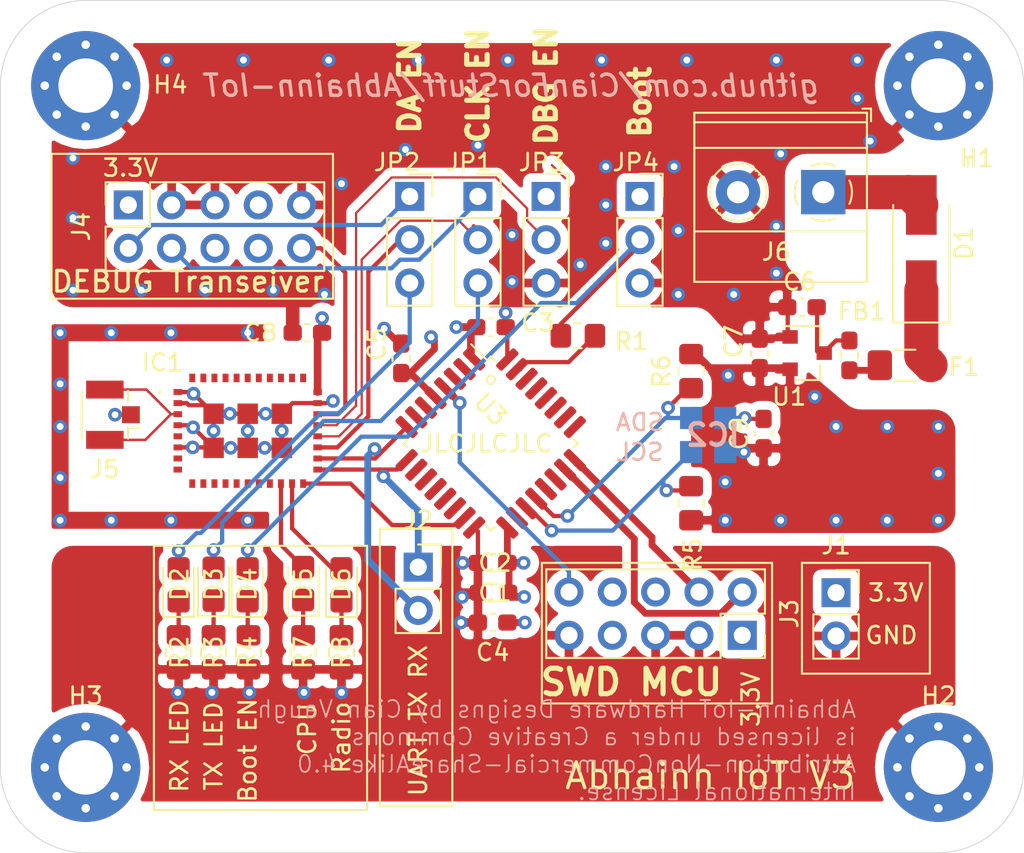
<source format=kicad_pcb>
(kicad_pcb (version 20171130) (host pcbnew "(5.1.10)-1")
  (title_block (date 2021-07-03))
  (layers (0 F.Cu signal) (1 In1.Cu power hide) (2 In2.Cu power hide) (31 B.Cu signal hide) (34 B.Paste user hide) (35 F.Paste user hide) (36 B.SilkS user hide) (37 F.SilkS user) (38 B.Mask user hide) (39 F.Mask user) (44 Edge.Cuts user))
  (net 0 "")
  (net 1 GND)
  (net 2 +3V3)
  (net 3 "Net-(C6-Pad1)")
  (net 4 +5V)
  (net 5 "Net-(D1-Pad1)")
  (net 6 LED_RX)
  (net 7 "Net-(D2-Pad1)")
  (net 8 LED_TX)
  (net 9 "Net-(D3-Pad1)")
  (net 10 "Net-(D4-Pad2)")
  (net 11 "Net-(D4-Pad1)")
  (net 12 CPU_LED)
  (net 13 "Net-(D5-Pad1)")
  (net 14 RADIO_LED)
  (net 15 "Net-(D6-Pad1)")
  (net 16 RESET_N)
  (net 17 DBG_EN)
  (net 18 TX_LED+DBG_CLK)
  (net 19 RX_LED+DBG_DATA)
  (net 20 LPUART1_TX)
  (net 21 LPUART1_RX)
  (net 22 DEEP_SLEEP_WAKUP)
  (net 23 "Net-(IC1-Pad3)")
  (net 24 PRESSURE_SDA)
  (net 25 PRESSURE_SCL)
  (net 26 NRST)
  (net 27 SWCLK)
  (net 28 SWDIO)
  (net 29 TS_DBG_CLK)
  (net 30 TS_DBG_DATA)
  (net 31 BOOT0)
  (net 32 "Net-(F1-Pad2)")
  (module SamacSys_Parts:AXSIPSFEU101TX30 (layer F.Cu) (at 129.5 80.25)
    (fp_text reference IC1 (at -5 -4) (layer F.SilkS))
    (fp_text value AX-SIP-SFEU-1-01-TX30 hide)
    (pad 44 smd rect (at 2 1) (size 1.2 1.2) (layers F.Cu F.Paste F.Mask) (net 1 GND))
    (pad 43 smd rect (at 2 -1) (size 1.2 1.2) (layers F.Cu F.Paste F.Mask) (net 1 GND))
    (pad 42 smd rect (at 0 1) (size 1.2 1.2) (layers F.Cu F.Paste F.Mask) (net 1 GND))
    (pad 41 smd rect (at 0 -1) (size 1.2 1.2) (layers F.Cu F.Paste F.Mask) (net 1 GND))
    (pad 40 smd rect (at -2 1) (size 1.2 1.2) (layers F.Cu F.Paste F.Mask) (net 1 GND))
    (pad 39 smd rect (at -2 -1) (size 1.2 1.2) (layers F.Cu F.Paste F.Mask) (net 1 GND))
    (pad 38 smd rect (at -3.25 -3.1) (size 0.35 0.5) (layers F.Cu F.Paste F.Mask))
    (pad 37 smd rect (at -2.6 -3.1) (size 0.35 0.5) (layers F.Cu F.Paste F.Mask))
    (pad 36 smd rect (at -1.95 -3.1) (size 0.35 0.5) (layers F.Cu F.Paste F.Mask))
    (pad 35 smd rect (at -1.3 -3.1) (size 0.35 0.5) (layers F.Cu F.Paste F.Mask))
    (pad 34 smd rect (at -0.65 -3.1) (size 0.35 0.5) (layers F.Cu F.Paste F.Mask))
    (pad 33 smd rect (at 0 -3.1) (size 0.35 0.5) (layers F.Cu F.Paste F.Mask))
    (pad 32 smd rect (at 0.65 -3.1) (size 0.35 0.5) (layers F.Cu F.Paste F.Mask))
    (pad 31 smd rect (at 1.3 -3.1) (size 0.35 0.5) (layers F.Cu F.Paste F.Mask))
    (pad 30 smd rect (at 1.95 -3.1) (size 0.35 0.5) (layers F.Cu F.Paste F.Mask))
    (pad 29 smd rect (at 2.6 -3.1) (size 0.35 0.5) (layers F.Cu F.Paste F.Mask))
    (pad 28 smd rect (at 3.25 -3.1) (size 0.35 0.5) (layers F.Cu F.Paste F.Mask))
    (pad 27 smd rect (at 4.1 -2.275 90) (size 0.35 0.5) (layers F.Cu F.Paste F.Mask) (net 2 +3V3))
    (pad 26 smd rect (at 4.1 -1.625 90) (size 0.35 0.5) (layers F.Cu F.Paste F.Mask) (net 1 GND))
    (pad 25 smd rect (at 4.1 -0.975 90) (size 0.35 0.5) (layers F.Cu F.Paste F.Mask) (net 16 RESET_N))
    (pad 24 smd rect (at 4.1 -0.325 90) (size 0.35 0.5) (layers F.Cu F.Paste F.Mask) (net 17 DBG_EN))
    (pad 23 smd rect (at 4.1 0.325 90) (size 0.35 0.5) (layers F.Cu F.Paste F.Mask) (net 18 TX_LED+DBG_CLK))
    (pad 22 smd rect (at 4.1 0.975 90) (size 0.35 0.5) (layers F.Cu F.Paste F.Mask) (net 19 RX_LED+DBG_DATA))
    (pad 21 smd rect (at 4.1 1.625 90) (size 0.35 0.5) (layers F.Cu F.Paste F.Mask) (net 20 LPUART1_TX))
    (pad 20 smd rect (at 4.1 2.275 90) (size 0.35 0.5) (layers F.Cu F.Paste F.Mask) (net 21 LPUART1_RX))
    (pad 19 smd rect (at 3.25 3.1) (size 0.35 0.5) (layers F.Cu F.Paste F.Mask) (net 22 DEEP_SLEEP_WAKUP))
    (pad 18 smd rect (at 2.6 3.1) (size 0.35 0.5) (layers F.Cu F.Paste F.Mask) (net 14 RADIO_LED))
    (pad 17 smd rect (at 1.95 3.1) (size 0.35 0.5) (layers F.Cu F.Paste F.Mask) (net 12 CPU_LED))
    (pad 16 smd rect (at 1.3 3.1) (size 0.35 0.5) (layers F.Cu F.Paste F.Mask))
    (pad 15 smd rect (at 0.65 3.1) (size 0.35 0.5) (layers F.Cu F.Paste F.Mask))
    (pad 14 smd rect (at 0 3.1) (size 0.35 0.5) (layers F.Cu F.Paste F.Mask))
    (pad 13 smd rect (at -0.65 3.1) (size 0.35 0.5) (layers F.Cu F.Paste F.Mask))
    (pad 12 smd rect (at -1.3 3.1) (size 0.35 0.5) (layers F.Cu F.Paste F.Mask))
    (pad 11 smd rect (at -1.95 3.1) (size 0.35 0.5) (layers F.Cu F.Paste F.Mask))
    (pad 10 smd rect (at -2.6 3.1) (size 0.35 0.5) (layers F.Cu F.Paste F.Mask))
    (pad 9 smd rect (at -3.25 3.1) (size 0.35 0.5) (layers F.Cu F.Paste F.Mask))
    (pad 8 smd rect (at -4.1 2.275 90) (size 0.35 0.5) (layers F.Cu F.Paste F.Mask))
    (pad 7 smd rect (at -4.1 1.625 90) (size 0.35 0.5) (layers F.Cu F.Paste F.Mask))
    (pad 6 smd rect (at -4.1 0.975 90) (size 0.35 0.5) (layers F.Cu F.Paste F.Mask) (net 1 GND))
    (pad 5 smd rect (at -4.1 0.325 90) (size 0.35 0.5) (layers F.Cu F.Paste F.Mask))
    (pad 4 smd rect (at -4.1 -0.325 90) (size 0.35 0.5) (layers F.Cu F.Paste F.Mask) (net 1 GND))
    (pad 3 smd rect (at -4.1 -0.975 90) (size 0.35 0.5) (layers F.Cu F.Paste F.Mask) (net 23 "Net-(IC1-Pad3)"))
    (pad 2 smd rect (at -4.1 -1.625 90) (size 0.35 0.5) (layers F.Cu F.Paste F.Mask) (net 1 GND))
    (pad 1 smd rect (at -4.1 -2.275 90) (size 0.35 0.5) (layers F.Cu F.Paste F.Mask) (net 1 GND))
  )
  (module Resistor_SMD:R_0805_2012Metric_Pad1.20x1.40mm_HandSolder (layer F.Cu) (at 129.55 93.25 270)
    (fp_text reference R4 (at 0 0.05 90) (layer F.SilkS))
    (fp_text value 2k)
    (pad 2 smd roundrect (at 1 0 270) (size 1.2 1.4) (layers F.Cu F.Paste F.Mask) (roundrect_rratio 0.2083325) (net 1 GND))
    (pad 1 smd roundrect (at -1 0 270) (size 1.2 1.4) (layers F.Cu F.Paste F.Mask) (roundrect_rratio 0.2083325) (net 11 "Net-(D4-Pad1)"))
  )
  (module Diode_SMD:D_SMA_Handsoldering (layer F.Cu) (at 169 69.5 90)
    (fp_text reference D1 (at 0.25 2.5 90) (layer F.SilkS))
    (fp_text value B5819W)
    (pad 2 smd rect (at 2.5 0 90) (size 3.5 1.8) (layers F.Cu F.Paste F.Mask) (net 4 +5V))
    (pad 1 smd rect (at -2.5 0 90) (size 3.5 1.8) (layers F.Cu F.Paste F.Mask) (net 5 "Net-(D1-Pad1)"))
  )
  (module Connector_PinSocket_2.54mm:PinSocket_2x05_P2.54mm_Vertical (layer F.Cu) (at 158.5 92.25 270)
    (fp_text reference J3 (at -1.27 -2.77 90) (layer F.SilkS))
    (fp_text value Conn_02x05_Odd_Even)
    (pad 10 thru_hole oval (at -2.54 10.16 270) (size 1.7 1.7) (drill 1) (layers *.Cu *.Mask) (net 26 NRST))
    (pad 9 thru_hole oval (at 0 10.16 270) (size 1.7 1.7) (drill 1) (layers *.Cu *.Mask) (net 1 GND))
    (pad 8 thru_hole oval (at -2.54 7.62 270) (size 1.7 1.7) (drill 1) (layers *.Cu *.Mask))
    (pad 7 thru_hole oval (at 0 7.62 270) (size 1.7 1.7) (drill 1) (layers *.Cu *.Mask))
    (pad 6 thru_hole oval (at -2.54 5.08 270) (size 1.7 1.7) (drill 1) (layers *.Cu *.Mask))
    (pad 5 thru_hole oval (at 0 5.08 270) (size 1.7 1.7) (drill 1) (layers *.Cu *.Mask) (net 1 GND))
    (pad 4 thru_hole oval (at -2.54 2.54 270) (size 1.7 1.7) (drill 1) (layers *.Cu *.Mask) (net 27 SWCLK))
    (pad 3 thru_hole oval (at 0 2.54 270) (size 1.7 1.7) (drill 1) (layers *.Cu *.Mask) (net 1 GND))
    (pad 2 thru_hole oval (at -2.54 0 270) (size 1.7 1.7) (drill 1) (layers *.Cu *.Mask) (net 28 SWDIO))
    (pad 1 thru_hole rect (at 0 0 270) (size 1.7 1.7) (drill 1) (layers *.Cu *.Mask) (net 2 +3V3))
  )
  (module Package_TO_SOT_SMD:SOT-23 (layer F.Cu) (at 162.306 75.692)
    (fp_text reference U1 (at -1.056 2.558) (layer F.SilkS))
    (fp_text value XC6206PxxxMR)
    (pad 3 smd rect (at 1 0) (size 0.9 0.8) (layers F.Cu F.Paste F.Mask) (net 3 "Net-(C6-Pad1)"))
    (pad 2 smd rect (at -1 0.95) (size 0.9 0.8) (layers F.Cu F.Paste F.Mask) (net 2 +3V3))
    (pad 1 smd rect (at -1 -0.95) (size 0.9 0.8) (layers F.Cu F.Paste F.Mask) (net 1 GND))
  )
  (module Capacitor_SMD:C_0603_1608Metric_Pad1.08x0.95mm_HandSolder (layer F.Cu) (at 162 73 180)
    (fp_text reference C6 (at 0.1375 1.5) (layer F.SilkS))
    (fp_text value 10uF)
    (pad 2 smd roundrect (at 0.8625 0 180) (size 1.075 0.95) (layers F.Cu F.Paste F.Mask) (net 1 GND))
    (pad 1 smd roundrect (at -0.8625 0 180) (size 1.075 0.95) (layers F.Cu F.Paste F.Mask) (net 3 "Net-(C6-Pad1)"))
  )
  (module Capacitor_SMD:C_0603_1608Metric_Pad1.08x0.95mm_HandSolder (layer F.Cu) (at 159.75 80.4125 90)
    (fp_text reference C9 (at 0 -1.43 90) (layer F.SilkS))
    (fp_text value 100nF)
    (pad 2 smd roundrect (at 0.8625 0 90) (size 1.075 0.95) (layers F.Cu F.Paste F.Mask) (net 1 GND))
    (pad 1 smd roundrect (at -0.8625 0 90) (size 1.075 0.95) (layers F.Cu F.Paste F.Mask) (net 2 +3V3))
  )
  (module Fuse:Fuse_1206_3216Metric_Pad1.42x1.75mm_HandSolder (layer F.Cu) (at 168.05388 76.40244 180)
    (fp_text reference F1 (at -3.44612 -0.09756) (layer F.SilkS))
    (fp_text value 500mA)
    (pad 2 smd roundrect (at 1.4875 0 180) (size 1.425 1.75) (layers F.Cu F.Paste F.Mask) (roundrect_rratio 0.1754385964912281) (net 32 "Net-(F1-Pad2)"))
    (pad 1 smd roundrect (at -1.4875 0 180) (size 1.425 1.75) (layers F.Cu F.Paste F.Mask) (roundrect_rratio 0.1754385964912281) (net 5 "Net-(D1-Pad1)"))
  )
  (module Connector_PinSocket_2.54mm:PinSocket_1x03_P2.54mm_Vertical (layer F.Cu) (at 152.5 66.5)
    (fp_text reference JP4 (at -0.25 -2) (layer F.SilkS))
    (fp_text value Jumper_3_Bridged12)
    (pad 3 thru_hole oval (at 0 5.08) (size 1.7 1.7) (drill 1) (layers *.Cu *.Mask) (net 1 GND))
    (pad 2 thru_hole oval (at 0 2.54) (size 1.7 1.7) (drill 1) (layers *.Cu *.Mask) (net 10 "Net-(D4-Pad2)"))
    (pad 1 thru_hole rect (at 0 0) (size 1.7 1.7) (drill 1) (layers *.Cu *.Mask) (net 2 +3V3))
  )
  (module Connector_PinSocket_2.54mm:PinSocket_1x03_P2.54mm_Vertical (layer F.Cu) (at 147 66.5)
    (fp_text reference JP3 (at -0.25 -2) (layer F.SilkS))
    (fp_text value Jumper_3_Bridged12)
    (pad 3 thru_hole oval (at 0 5.08) (size 1.7 1.7) (drill 1) (layers *.Cu *.Mask) (net 1 GND))
    (pad 2 thru_hole oval (at 0 2.54) (size 1.7 1.7) (drill 1) (layers *.Cu *.Mask) (net 17 DBG_EN))
    (pad 1 thru_hole rect (at 0 0) (size 1.7 1.7) (drill 1) (layers *.Cu *.Mask) (net 2 +3V3))
  )
  (module Connector_PinSocket_2.54mm:PinSocket_1x03_P2.54mm_Vertical (layer F.Cu) (at 139 66.5)
    (fp_text reference JP2 (at -0.75 -2) (layer F.SilkS))
    (fp_text value Jumper_3_Bridged12)
    (pad 3 thru_hole oval (at 0 5.08) (size 1.7 1.7) (drill 1) (layers *.Cu *.Mask) (net 6 LED_RX))
    (pad 2 thru_hole oval (at 0 2.54) (size 1.7 1.7) (drill 1) (layers *.Cu *.Mask) (net 19 RX_LED+DBG_DATA))
    (pad 1 thru_hole rect (at 0 0) (size 1.7 1.7) (drill 1) (layers *.Cu *.Mask) (net 30 TS_DBG_DATA))
  )
  (module Connector_PinSocket_2.54mm:PinSocket_1x03_P2.54mm_Vertical (layer F.Cu) (at 143 66.5)
    (fp_text reference JP1 (at -0.5 -2) (layer F.SilkS))
    (fp_text value Jumper_3_Bridged12)
    (pad 3 thru_hole oval (at 0 5.08) (size 1.7 1.7) (drill 1) (layers *.Cu *.Mask) (net 8 LED_TX))
    (pad 2 thru_hole oval (at 0 2.54) (size 1.7 1.7) (drill 1) (layers *.Cu *.Mask) (net 18 TX_LED+DBG_CLK))
    (pad 1 thru_hole rect (at 0 0) (size 1.7 1.7) (drill 1) (layers *.Cu *.Mask) (net 29 TS_DBG_CLK))
  )
  (module Connector_PinSocket_2.54mm:PinSocket_1x02_P2.54mm_Vertical (layer F.Cu) (at 139.5 88.25)
    (fp_text reference J2 (at 0 -2.77) (layer F.SilkS))
    (fp_text value Conn_01x02)
    (pad 2 thru_hole oval (at 0 2.54) (size 1.7 1.7) (drill 1) (layers *.Cu *.Mask) (net 20 LPUART1_TX))
    (pad 1 thru_hole rect (at 0 0) (size 1.7 1.7) (drill 1) (layers *.Cu *.Mask) (net 21 LPUART1_RX))
  )
  (module Connector_PinSocket_2.54mm:PinSocket_1x02_P2.54mm_Vertical (layer F.Cu) (at 164 89.75)
    (fp_text reference J1 (at 0 -2.77) (layer F.SilkS))
    (fp_text value Conn_01x02)
    (pad 2 thru_hole oval (at 0 2.54) (size 1.7 1.7) (drill 1) (layers *.Cu *.Mask) (net 1 GND))
    (pad 1 thru_hole rect (at 0 0) (size 1.7 1.7) (drill 1) (layers *.Cu *.Mask) (net 2 +3V3))
  )
  (module Connector_PinSocket_2.54mm:PinSocket_2x05_P2.54mm_Vertical (layer F.Cu) (at 122.5 67 90)
    (fp_text reference J4 (at -1.27 -2.77 90) (layer F.SilkS))
    (fp_text value Conn_02x05_Odd_Even)
    (pad 10 thru_hole oval (at -2.54 10.16 90) (size 1.7 1.7) (drill 1) (layers *.Cu *.Mask) (net 16 RESET_N))
    (pad 9 thru_hole oval (at 0 10.16 90) (size 1.7 1.7) (drill 1) (layers *.Cu *.Mask) (net 1 GND))
    (pad 8 thru_hole oval (at -2.54 7.62 90) (size 1.7 1.7) (drill 1) (layers *.Cu *.Mask))
    (pad 7 thru_hole oval (at 0 7.62 90) (size 1.7 1.7) (drill 1) (layers *.Cu *.Mask))
    (pad 6 thru_hole oval (at -2.54 5.08 90) (size 1.7 1.7) (drill 1) (layers *.Cu *.Mask))
    (pad 5 thru_hole oval (at 0 5.08 90) (size 1.7 1.7) (drill 1) (layers *.Cu *.Mask) (net 1 GND))
    (pad 4 thru_hole oval (at -2.54 2.54 90) (size 1.7 1.7) (drill 1) (layers *.Cu *.Mask) (net 29 TS_DBG_CLK))
    (pad 3 thru_hole oval (at 0 2.54 90) (size 1.7 1.7) (drill 1) (layers *.Cu *.Mask) (net 1 GND))
    (pad 2 thru_hole oval (at -2.54 0 90) (size 1.7 1.7) (drill 1) (layers *.Cu *.Mask) (net 30 TS_DBG_DATA))
    (pad 1 thru_hole rect (at 0 0 90) (size 1.7 1.7) (drill 1) (layers *.Cu *.Mask) (net 2 +3V3))
  )
  (module Package_QFP:LQFP-32_7x7mm_P0.8mm (layer F.Cu) (at 143.75 81 315)
    (fp_text reference U3 (at -1.414214 -1.414214 135) (layer F.SilkS))
    (fp_text value STM32L082KZTx)
    (pad 32 smd roundrect (at -2.8 -4.175 315) (size 0.5 1.5) (layers F.Cu F.Paste F.Mask) (net 1 GND))
    (pad 31 smd roundrect (at -2 -4.175 315) (size 0.5 1.5) (layers F.Cu F.Paste F.Mask) (net 31 BOOT0))
    (pad 30 smd roundrect (at -1.2 -4.175 315) (size 0.5 1.5) (layers F.Cu F.Paste F.Mask))
    (pad 29 smd roundrect (at -0.4 -4.175 315) (size 0.5 1.5) (layers F.Cu F.Paste F.Mask))
    (pad 28 smd roundrect (at 0.4 -4.175 315) (size 0.5 1.5) (layers F.Cu F.Paste F.Mask))
    (pad 27 smd roundrect (at 1.2 -4.175 315) (size 0.5 1.5) (layers F.Cu F.Paste F.Mask))
    (pad 26 smd roundrect (at 2 -4.175 315) (size 0.5 1.5) (layers F.Cu F.Paste F.Mask))
    (pad 25 smd roundrect (at 2.8 -4.175 315) (size 0.5 1.5) (layers F.Cu F.Paste F.Mask))
    (pad 24 smd roundrect (at 4.175 -2.8 315) (size 1.5 0.5) (layers F.Cu F.Paste F.Mask) (net 27 SWCLK))
    (pad 23 smd roundrect (at 4.175 -2 315) (size 1.5 0.5) (layers F.Cu F.Paste F.Mask) (net 28 SWDIO))
    (pad 22 smd roundrect (at 4.175 -1.2 315) (size 1.5 0.5) (layers F.Cu F.Paste F.Mask))
    (pad 21 smd roundrect (at 4.175 -0.4 315) (size 1.5 0.5) (layers F.Cu F.Paste F.Mask))
    (pad 20 smd roundrect (at 4.175 0.4 315) (size 1.5 0.5) (layers F.Cu F.Paste F.Mask) (net 24 PRESSURE_SDA))
    (pad 19 smd roundrect (at 4.175 1.2 315) (size 1.5 0.5) (layers F.Cu F.Paste F.Mask) (net 25 PRESSURE_SCL))
    (pad 18 smd roundrect (at 4.175 2 315) (size 1.5 0.5) (layers F.Cu F.Paste F.Mask))
    (pad 17 smd roundrect (at 4.175 2.8 315) (size 1.5 0.5) (layers F.Cu F.Paste F.Mask) (net 2 +3V3))
    (pad 16 smd roundrect (at 2.8 4.175 315) (size 0.5 1.5) (layers F.Cu F.Paste F.Mask) (net 1 GND))
    (pad 15 smd roundrect (at 2 4.175 315) (size 0.5 1.5) (layers F.Cu F.Paste F.Mask) (net 22 DEEP_SLEEP_WAKUP))
    (pad 14 smd roundrect (at 1.2 4.175 315) (size 0.5 1.5) (layers F.Cu F.Paste F.Mask))
    (pad 13 smd roundrect (at 0.4 4.175 315) (size 0.5 1.5) (layers F.Cu F.Paste F.Mask))
    (pad 12 smd roundrect (at -0.4 4.175 315) (size 0.5 1.5) (layers F.Cu F.Paste F.Mask))
    (pad 11 smd roundrect (at -1.2 4.175 315) (size 0.5 1.5) (layers F.Cu F.Paste F.Mask))
    (pad 10 smd roundrect (at -2 4.175 315) (size 0.5 1.5) (layers F.Cu F.Paste F.Mask))
    (pad 9 smd roundrect (at -2.8 4.175 315) (size 0.5 1.5) (layers F.Cu F.Paste F.Mask) (net 21 LPUART1_RX))
    (pad 8 smd roundrect (at -4.175 2.8 315) (size 1.5 0.5) (layers F.Cu F.Paste F.Mask) (net 20 LPUART1_TX))
    (pad 7 smd roundrect (at -4.175 2 315) (size 1.5 0.5) (layers F.Cu F.Paste F.Mask))
    (pad 6 smd roundrect (at -4.175 1.2 315) (size 1.5 0.5) (layers F.Cu F.Paste F.Mask))
    (pad 5 smd roundrect (at -4.175 0.4 315) (size 1.5 0.5) (layers F.Cu F.Paste F.Mask) (net 2 +3V3))
    (pad 4 smd roundrect (at -4.175 -0.4 315) (size 1.5 0.5) (layers F.Cu F.Paste F.Mask) (net 26 NRST))
    (pad 3 smd roundrect (at -4.175 -1.2 315) (size 1.5 0.5) (layers F.Cu F.Paste F.Mask))
    (pad 2 smd roundrect (at -4.175 -2 315) (size 1.5 0.5) (layers F.Cu F.Paste F.Mask))
    (pad 1 smd roundrect (at -4.175 -2.8 315) (size 1.5 0.5) (layers F.Cu F.Paste F.Mask) (net 2 +3V3))
  )
  (module Resistor_SMD:R_0805_2012Metric_Pad1.20x1.40mm_HandSolder (layer F.Cu) (at 135 93.25 270)
    (fp_text reference R8 (at 0 0 90) (layer F.SilkS))
    (fp_text value 2k)
    (pad 2 smd roundrect (at 1 0 270) (size 1.2 1.4) (layers F.Cu F.Paste F.Mask) (roundrect_rratio 0.2083325) (net 1 GND))
    (pad 1 smd roundrect (at -1 0 270) (size 1.2 1.4) (layers F.Cu F.Paste F.Mask) (roundrect_rratio 0.2083325) (net 15 "Net-(D6-Pad1)"))
  )
  (module Resistor_SMD:R_0805_2012Metric_Pad1.20x1.40mm_HandSolder (layer F.Cu) (at 132.75 93.25 270)
    (fp_text reference R7 (at 0 0 90) (layer F.SilkS))
    (fp_text value 2k)
    (pad 2 smd roundrect (at 1 0 270) (size 1.2 1.4) (layers F.Cu F.Paste F.Mask) (roundrect_rratio 0.2083325) (net 1 GND))
    (pad 1 smd roundrect (at -1 0 270) (size 1.2 1.4) (layers F.Cu F.Paste F.Mask) (roundrect_rratio 0.2083325) (net 13 "Net-(D5-Pad1)"))
  )
  (module Resistor_SMD:R_0805_2012Metric_Pad1.20x1.40mm_HandSolder (layer F.Cu) (at 155.5 76.75 270)
    (fp_text reference R6 (at 0 1.75 90) (layer F.SilkS))
    (fp_text value 10k)
    (pad 2 smd roundrect (at 1 0 270) (size 1.2 1.4) (layers F.Cu F.Paste F.Mask) (roundrect_rratio 0.2083325) (net 24 PRESSURE_SDA))
    (pad 1 smd roundrect (at -1 0 270) (size 1.2 1.4) (layers F.Cu F.Paste F.Mask) (roundrect_rratio 0.2083325) (net 2 +3V3))
  )
  (module Resistor_SMD:R_0805_2012Metric_Pad1.20x1.40mm_HandSolder (layer F.Cu) (at 155.5 84.5 90)
    (fp_text reference R5 (at -3 0.1 90) (layer F.SilkS))
    (fp_text value 10k)
    (pad 2 smd roundrect (at 1 0 90) (size 1.2 1.4) (layers F.Cu F.Paste F.Mask) (roundrect_rratio 0.2083325) (net 25 PRESSURE_SCL))
    (pad 1 smd roundrect (at -1 0 90) (size 1.2 1.4) (layers F.Cu F.Paste F.Mask) (roundrect_rratio 0.2083325) (net 2 +3V3))
  )
  (module Resistor_SMD:R_0805_2012Metric_Pad1.20x1.40mm_HandSolder (layer F.Cu) (at 127.5 93.25 270)
    (fp_text reference R3 (at 0 0 90) (layer F.SilkS))
    (fp_text value 2k)
    (pad 2 smd roundrect (at 1 0 270) (size 1.2 1.4) (layers F.Cu F.Paste F.Mask) (roundrect_rratio 0.2083325) (net 1 GND))
    (pad 1 smd roundrect (at -1 0 270) (size 1.2 1.4) (layers F.Cu F.Paste F.Mask) (roundrect_rratio 0.2083325) (net 9 "Net-(D3-Pad1)"))
  )
  (module Resistor_SMD:R_0805_2012Metric_Pad1.20x1.40mm_HandSolder (layer F.Cu) (at 125.45 93.25 270)
    (fp_text reference R2 (at 0 -0.05 90) (layer F.SilkS))
    (fp_text value 2k)
    (pad 2 smd roundrect (at 1 0 270) (size 1.2 1.4) (layers F.Cu F.Paste F.Mask) (roundrect_rratio 0.2083325) (net 1 GND))
    (pad 1 smd roundrect (at -1 0 270) (size 1.2 1.4) (layers F.Cu F.Paste F.Mask) (roundrect_rratio 0.2083325) (net 7 "Net-(D2-Pad1)"))
  )
  (module Resistor_SMD:R_0805_2012Metric_Pad1.20x1.40mm_HandSolder (layer F.Cu) (at 148.86 74.676)
    (fp_text reference R1 (at 3.14 0.324) (layer F.SilkS))
    (fp_text value 10k)
    (pad 2 smd roundrect (at 1 0) (size 1.2 1.4) (layers F.Cu F.Paste F.Mask) (roundrect_rratio 0.2083325) (net 31 BOOT0))
    (pad 1 smd roundrect (at -1 0) (size 1.2 1.4) (layers F.Cu F.Paste F.Mask) (roundrect_rratio 0.2083325) (net 10 "Net-(D4-Pad2)"))
  )
  (module TerminalBlock_Phoenix:TerminalBlock_Phoenix_MKDS-1,5-2_1x02_P5.00mm_Horizontal (layer F.Cu) (at 163.25 66.25 180)
    (fp_text reference J6 (at 2.75 -3.5) (layer F.SilkS))
    (fp_text value Conn_01x02_Female)
    (pad 2 thru_hole circle (at 5 0 180) (size 2.6 2.6) (drill 1.3) (layers *.Cu *.Mask) (net 1 GND))
    (pad 1 thru_hole rect (at 0 0 180) (size 2.6 2.6) (drill 1.3) (layers *.Cu *.Mask) (net 4 +5V))
  )
  (module Connector_Coaxial:U.FL_Hirose_U.FL-R-SMT-1_Vertical (layer F.Cu) (at 121.59998 79.30822 180)
    (fp_text reference J5 (at 0.475 -3.2) (layer F.SilkS))
    (fp_text value Conn_Coaxial)
    (pad 2 smd rect (at 0.475 -1.475 180) (size 2.2 1.05) (layers F.Cu F.Paste F.Mask) (net 23 "Net-(IC1-Pad3)"))
    (pad 1 smd rect (at -1.05 0 180) (size 1.05 1) (layers F.Cu F.Paste F.Mask) (net 1 GND))
    (pad 2 smd rect (at 0.475 1.475 180) (size 2.2 1.05) (layers F.Cu F.Paste F.Mask) (net 23 "Net-(IC1-Pad3)"))
  )
  (module SamacSys_Parts:MS584002BA01 (layer B.Cu) (at 156.5 80.5 180)
    (fp_text reference IC2 (at -0.275 0) (layer B.SilkS) (effects (font (size 1.27 1.27) (thickness 0.254)) (justify mirror)))
    (fp_text value MS5840-02BA01 hide)
    (pad 4 smd rect (at 1 1 90) (size 1.3 1.3) (layers B.Cu B.Paste B.Mask) (net 24 PRESSURE_SDA))
    (pad 3 smd rect (at 1 -1 90) (size 1.3 1.3) (layers B.Cu B.Paste B.Mask) (net 25 PRESSURE_SCL))
    (pad 2 smd rect (at -1 -1 90) (size 1.3 1.3) (layers B.Cu B.Paste B.Mask) (net 2 +3V3))
    (pad 1 smd rect (at -1 1 90) (size 1.3 1.3) (layers B.Cu B.Paste B.Mask) (net 1 GND))
  )
  (module MountingHole:MountingHole_3.2mm_M3_Pad_Via (layer F.Cu) (at 120 60)
    (fp_text reference H4 (at 4.968 -0.056) (layer F.SilkS))
    (fp_text value MountingHole_Pad)
    (pad 1 thru_hole circle (at 1.697056 -1.697056) (size 0.8 0.8) (drill 0.5) (layers *.Cu *.Mask) (net 1 GND))
    (pad 1 thru_hole circle (at 0 -2.4) (size 0.8 0.8) (drill 0.5) (layers *.Cu *.Mask) (net 1 GND))
    (pad 1 thru_hole circle (at -1.697056 -1.697056) (size 0.8 0.8) (drill 0.5) (layers *.Cu *.Mask) (net 1 GND))
    (pad 1 thru_hole circle (at -2.4 0) (size 0.8 0.8) (drill 0.5) (layers *.Cu *.Mask) (net 1 GND))
    (pad 1 thru_hole circle (at -1.697056 1.697056) (size 0.8 0.8) (drill 0.5) (layers *.Cu *.Mask) (net 1 GND))
    (pad 1 thru_hole circle (at 0 2.4) (size 0.8 0.8) (drill 0.5) (layers *.Cu *.Mask) (net 1 GND))
    (pad 1 thru_hole circle (at 1.697056 1.697056) (size 0.8 0.8) (drill 0.5) (layers *.Cu *.Mask) (net 1 GND))
    (pad 1 thru_hole circle (at 2.4 0) (size 0.8 0.8) (drill 0.5) (layers *.Cu *.Mask) (net 1 GND))
    (pad 1 thru_hole circle (at 0 0) (size 6.4 6.4) (drill 3.2) (layers *.Cu *.Mask) (net 1 GND))
  )
  (module MountingHole:MountingHole_3.2mm_M3_Pad_Via (layer F.Cu) (at 120 100)
    (fp_text reference H3 (at 0 -4.2) (layer F.SilkS))
    (fp_text value MountingHole_Pad)
    (pad 1 thru_hole circle (at 1.697056 -1.697056) (size 0.8 0.8) (drill 0.5) (layers *.Cu *.Mask) (net 1 GND))
    (pad 1 thru_hole circle (at 0 -2.4) (size 0.8 0.8) (drill 0.5) (layers *.Cu *.Mask) (net 1 GND))
    (pad 1 thru_hole circle (at -1.697056 -1.697056) (size 0.8 0.8) (drill 0.5) (layers *.Cu *.Mask) (net 1 GND))
    (pad 1 thru_hole circle (at -2.4 0) (size 0.8 0.8) (drill 0.5) (layers *.Cu *.Mask) (net 1 GND))
    (pad 1 thru_hole circle (at -1.697056 1.697056) (size 0.8 0.8) (drill 0.5) (layers *.Cu *.Mask) (net 1 GND))
    (pad 1 thru_hole circle (at 0 2.4) (size 0.8 0.8) (drill 0.5) (layers *.Cu *.Mask) (net 1 GND))
    (pad 1 thru_hole circle (at 1.697056 1.697056) (size 0.8 0.8) (drill 0.5) (layers *.Cu *.Mask) (net 1 GND))
    (pad 1 thru_hole circle (at 2.4 0) (size 0.8 0.8) (drill 0.5) (layers *.Cu *.Mask) (net 1 GND))
    (pad 1 thru_hole circle (at 0 0) (size 6.4 6.4) (drill 3.2) (layers *.Cu *.Mask) (net 1 GND))
  )
  (module MountingHole:MountingHole_3.2mm_M3_Pad_Via (layer F.Cu) (at 170 100)
    (fp_text reference H2 (at 0 -4.2) (layer F.SilkS))
    (fp_text value MountingHole_Pad)
    (pad 1 thru_hole circle (at 1.697056 -1.697056) (size 0.8 0.8) (drill 0.5) (layers *.Cu *.Mask) (net 1 GND))
    (pad 1 thru_hole circle (at 0 -2.4) (size 0.8 0.8) (drill 0.5) (layers *.Cu *.Mask) (net 1 GND))
    (pad 1 thru_hole circle (at -1.697056 -1.697056) (size 0.8 0.8) (drill 0.5) (layers *.Cu *.Mask) (net 1 GND))
    (pad 1 thru_hole circle (at -2.4 0) (size 0.8 0.8) (drill 0.5) (layers *.Cu *.Mask) (net 1 GND))
    (pad 1 thru_hole circle (at -1.697056 1.697056) (size 0.8 0.8) (drill 0.5) (layers *.Cu *.Mask) (net 1 GND))
    (pad 1 thru_hole circle (at 0 2.4) (size 0.8 0.8) (drill 0.5) (layers *.Cu *.Mask) (net 1 GND))
    (pad 1 thru_hole circle (at 1.697056 1.697056) (size 0.8 0.8) (drill 0.5) (layers *.Cu *.Mask) (net 1 GND))
    (pad 1 thru_hole circle (at 2.4 0) (size 0.8 0.8) (drill 0.5) (layers *.Cu *.Mask) (net 1 GND))
    (pad 1 thru_hole circle (at 0 0) (size 6.4 6.4) (drill 3.2) (layers *.Cu *.Mask) (net 1 GND))
  )
  (module MountingHole:MountingHole_3.2mm_M3_Pad_Via (layer F.Cu) (at 170 60)
    (fp_text reference H1 (at 2.25 4.25) (layer F.SilkS))
    (fp_text value MountingHole_Pad)
    (pad 1 thru_hole circle (at 1.697056 -1.697056) (size 0.8 0.8) (drill 0.5) (layers *.Cu *.Mask) (net 1 GND))
    (pad 1 thru_hole circle (at 0 -2.4) (size 0.8 0.8) (drill 0.5) (layers *.Cu *.Mask) (net 1 GND))
    (pad 1 thru_hole circle (at -1.697056 -1.697056) (size 0.8 0.8) (drill 0.5) (layers *.Cu *.Mask) (net 1 GND))
    (pad 1 thru_hole circle (at -2.4 0) (size 0.8 0.8) (drill 0.5) (layers *.Cu *.Mask) (net 1 GND))
    (pad 1 thru_hole circle (at -1.697056 1.697056) (size 0.8 0.8) (drill 0.5) (layers *.Cu *.Mask) (net 1 GND))
    (pad 1 thru_hole circle (at 0 2.4) (size 0.8 0.8) (drill 0.5) (layers *.Cu *.Mask) (net 1 GND))
    (pad 1 thru_hole circle (at 1.697056 1.697056) (size 0.8 0.8) (drill 0.5) (layers *.Cu *.Mask) (net 1 GND))
    (pad 1 thru_hole circle (at 2.4 0) (size 0.8 0.8) (drill 0.5) (layers *.Cu *.Mask) (net 1 GND))
    (pad 1 thru_hole circle (at 0 0) (size 6.4 6.4) (drill 3.2) (layers *.Cu *.Mask) (net 1 GND))
  )
  (module Inductor_SMD:L_0603_1608Metric_Pad1.05x0.95mm_HandSolder (layer F.Cu) (at 164.78236 75.82716 90)
    (fp_text reference FB1 (at 2.57716 0.71764 180) (layer F.SilkS))
    (fp_text value "100 @ 100Mhz")
    (pad 2 smd roundrect (at 0.875 0 90) (size 1.05 0.95) (layers F.Cu F.Paste F.Mask) (net 3 "Net-(C6-Pad1)"))
    (pad 1 smd roundrect (at -0.875 0 90) (size 1.05 0.95) (layers F.Cu F.Paste F.Mask) (net 32 "Net-(F1-Pad2)"))
  )
  (module LED_SMD:LED_0805_2012Metric_Castellated (layer F.Cu) (at 135 89.2875 90)
    (fp_text reference D6 (at 0.0375 0 90) (layer F.SilkS))
    (fp_text value YELLOW)
    (pad 2 smd roundrect (at 0.9625 0 90) (size 1.325 1.3) (layers F.Cu F.Paste F.Mask) (roundrect_rratio 0.1923069230769231) (net 14 RADIO_LED))
    (pad 1 smd roundrect (at -0.9625 0 90) (size 1.325 1.3) (layers F.Cu F.Paste F.Mask) (roundrect_rratio 0.1923069230769231) (net 15 "Net-(D6-Pad1)"))
  )
  (module LED_SMD:LED_0805_2012Metric_Castellated (layer F.Cu) (at 132.75 89.2125 90)
    (fp_text reference D5 (at -0.0375 0 90) (layer F.SilkS))
    (fp_text value YELLOW)
    (pad 2 smd roundrect (at 0.9625 0 90) (size 1.325 1.3) (layers F.Cu F.Paste F.Mask) (roundrect_rratio 0.1923069230769231) (net 12 CPU_LED))
    (pad 1 smd roundrect (at -0.9625 0 90) (size 1.325 1.3) (layers F.Cu F.Paste F.Mask) (roundrect_rratio 0.1923069230769231) (net 13 "Net-(D5-Pad1)"))
  )
  (module LED_SMD:LED_0805_2012Metric_Castellated (layer F.Cu) (at 129.5 89.2875 90)
    (fp_text reference D4 (at 0.0375 0 90) (layer F.SilkS))
    (fp_text value YELLOW)
    (pad 2 smd roundrect (at 0.9625 0 90) (size 1.325 1.3) (layers F.Cu F.Paste F.Mask) (roundrect_rratio 0.1923069230769231) (net 10 "Net-(D4-Pad2)"))
    (pad 1 smd roundrect (at -0.9625 0 90) (size 1.325 1.3) (layers F.Cu F.Paste F.Mask) (roundrect_rratio 0.1923069230769231) (net 11 "Net-(D4-Pad1)"))
  )
  (module LED_SMD:LED_0805_2012Metric_Castellated (layer F.Cu) (at 127.5 89.25 90)
    (fp_text reference D3 (at 0 0 90) (layer F.SilkS))
    (fp_text value YELLOW)
    (pad 2 smd roundrect (at 0.9625 0 90) (size 1.325 1.3) (layers F.Cu F.Paste F.Mask) (roundrect_rratio 0.1923069230769231) (net 8 LED_TX))
    (pad 1 smd roundrect (at -0.9625 0 90) (size 1.325 1.3) (layers F.Cu F.Paste F.Mask) (roundrect_rratio 0.1923069230769231) (net 9 "Net-(D3-Pad1)"))
  )
  (module LED_SMD:LED_0805_2012Metric_Castellated (layer F.Cu) (at 125.45 89.2875 90)
    (fp_text reference D2 (at 0.0375 0.05 90) (layer F.SilkS))
    (fp_text value YELLOW)
    (pad 2 smd roundrect (at 0.9625 0 90) (size 1.325 1.3) (layers F.Cu F.Paste F.Mask) (roundrect_rratio 0.1923069230769231) (net 6 LED_RX))
    (pad 1 smd roundrect (at -0.9625 0 90) (size 1.325 1.3) (layers F.Cu F.Paste F.Mask) (roundrect_rratio 0.1923069230769231) (net 7 "Net-(D2-Pad1)"))
  )
  (module Capacitor_SMD:C_0603_1608Metric_Pad1.08x0.95mm_HandSolder (layer F.Cu) (at 133 74.5 180)
    (fp_text reference C8 (at 2.75 0) (layer F.SilkS))
    (fp_text value 4.7uf)
    (pad 2 smd roundrect (at 0.8625 0 180) (size 1.075 0.95) (layers F.Cu F.Paste F.Mask) (net 1 GND))
    (pad 1 smd roundrect (at -0.8625 0 180) (size 1.075 0.95) (layers F.Cu F.Paste F.Mask) (net 2 +3V3))
  )
  (module Capacitor_SMD:C_0603_1608Metric_Pad1.08x0.95mm_HandSolder (layer F.Cu) (at 159.52456 75.71046 90)
    (fp_text reference C7 (at 0.71046 -1.52456 90) (layer F.SilkS))
    (fp_text value 10uF)
    (pad 2 smd roundrect (at 0.8625 0 90) (size 1.075 0.95) (layers F.Cu F.Paste F.Mask) (net 1 GND))
    (pad 1 smd roundrect (at -0.8625 0 90) (size 1.075 0.95) (layers F.Cu F.Paste F.Mask) (net 2 +3V3))
  )
  (module Capacitor_SMD:C_0603_1608Metric_Pad1.08x0.95mm_HandSolder (layer F.Cu) (at 138.5 76 90)
    (fp_text reference C5 (at 0.8375 -1.43 90) (layer F.SilkS))
    (fp_text value 100nF)
    (pad 2 smd roundrect (at 0.8625 0 90) (size 1.075 0.95) (layers F.Cu F.Paste F.Mask) (net 1 GND))
    (pad 1 smd roundrect (at -0.8625 0 90) (size 1.075 0.95) (layers F.Cu F.Paste F.Mask) (net 2 +3V3))
  )
  (module Capacitor_SMD:C_0603_1608Metric_Pad1.08x0.95mm_HandSolder (layer F.Cu) (at 143.8625 91.5 180)
    (fp_text reference C4 (at 0 -1.75) (layer F.SilkS))
    (fp_text value 100nF)
    (pad 2 smd roundrect (at 0.8625 0 180) (size 1.075 0.95) (layers F.Cu F.Paste F.Mask) (net 1 GND))
    (pad 1 smd roundrect (at -0.8625 0 180) (size 1.075 0.95) (layers F.Cu F.Paste F.Mask) (net 2 +3V3))
  )
  (module Capacitor_SMD:C_0603_1608Metric_Pad1.08x0.95mm_HandSolder (layer F.Cu) (at 143.764 74.168)
    (fp_text reference C3 (at 2.75 -0.25) (layer F.SilkS))
    (fp_text value 100nF)
    (pad 2 smd roundrect (at 0.8625 0) (size 1.075 0.95) (layers F.Cu F.Paste F.Mask) (net 1 GND))
    (pad 1 smd roundrect (at -0.8625 0) (size 1.075 0.95) (layers F.Cu F.Paste F.Mask) (net 2 +3V3))
  )
  (module Capacitor_SMD:C_0603_1608Metric_Pad1.08x0.95mm_HandSolder (layer F.Cu) (at 143.8625 88 180)
    (fp_text reference C2 (at -0.1375 0) (layer F.SilkS))
    (fp_text value 100nF)
    (pad 2 smd roundrect (at 0.8625 0 180) (size 1.075 0.95) (layers F.Cu F.Paste F.Mask) (net 1 GND))
    (pad 1 smd roundrect (at -0.8625 0 180) (size 1.075 0.95) (layers F.Cu F.Paste F.Mask) (net 2 +3V3))
  )
  (module Resistor_SMD:R_0603_1608Metric_Pad0.98x0.95mm_HandSolder (layer F.Cu) (at 143.9125 89.75 180)
    (fp_text reference C1 (at -0.0875 0) (layer F.SilkS))
    (fp_text value 10uF)
    (pad 2 smd roundrect (at 0.9125 0 180) (size 0.975 0.95) (layers F.Cu F.Paste F.Mask) (net 1 GND))
    (pad 1 smd roundrect (at -0.9125 0 180) (size 0.975 0.95) (layers F.Cu F.Paste F.Mask) (net 2 +3V3))
  )
  (gr_line (start 169.5 88) (end 162 88) (layer F.SilkS) (width 0.12))
  (gr_line (start 169.5 94.5) (end 169.5 88) (layer F.SilkS) (width 0.12))
  (gr_line (start 162 94.5) (end 169.5 94.5) (layer F.SilkS) (width 0.12))
  (gr_line (start 162 88) (end 162 94.5) (layer F.SilkS) (width 0.12))
  (gr_line (start 136.5 87) (end 124 87) (layer F.SilkS) (width 0.12))
  (gr_line (start 136.5 102.5) (end 136.5 87) (layer F.SilkS) (width 0.12))
  (gr_line (start 124 102.5) (end 136.5 102.5) (layer F.SilkS) (width 0.12))
  (gr_line (start 124 87) (end 124 102.5) (layer F.SilkS) (width 0.12))
  (gr_line (start 118 64) (end 118 72.5) (layer F.SilkS) (width 0.12))
  (gr_line (start 134.5 64) (end 118 64) (layer F.SilkS) (width 0.12))
  (gr_line (start 134.5 72.5) (end 134.5 64) (layer F.SilkS) (width 0.12))
  (gr_line (start 118 72.5) (end 134.5 72.5) (layer F.SilkS) (width 0.12))
  (gr_line (start 171.75 64.75) (end 171.75 64.25) (layer F.SilkS) (width 0.12))
  (gr_line (start 160.25 88) (end 146.75 88) (layer F.SilkS) (width 0.12))
  (gr_line (start 160.25 96.25) (end 160.25 88) (layer F.SilkS) (width 0.12))
  (gr_line (start 146.75 96.25) (end 160.25 96.25) (layer F.SilkS) (width 0.12))
  (gr_line (start 146.75 88) (end 146.75 96.25) (layer F.SilkS) (width 0.12))
  (gr_line (start 141.5 86) (end 137.25 86) (layer F.SilkS) (width 0.12))
  (gr_line (start 141.5 102.25) (end 141.5 86) (layer F.SilkS) (width 0.12))
  (gr_line (start 137.25 102.25) (end 141.5 102.25) (layer F.SilkS) (width 0.12))
  (gr_line (start 137.25 86) (end 137.25 102.25) (layer F.SilkS) (width 0.12))
  (gr_text github.com/CianForStuff/Abhainn-IoT (at 145 60) (layer B.SilkS) (effects (font (size 1.25 1.25) (thickness 0.2) italic) (justify mirror)))
  (gr_text "Abhainn-IoT Hardware Designs by Cian Vaugh \nis licensed under a Creative Commons\nAttribution-NonCommercial-ShareAlike 4.0\nInternational License.\n" (at 165.25 99) (layer B.SilkS) (effects (font (size 1 1) (thickness 0.1)) (justify left mirror)))
  (gr_text SCL (at 152.5 81.5) (layer B.SilkS) (effects (font (size 1 1)) (justify mirror)))
  (gr_text SDA (at 152.5 79.75) (layer B.SilkS) (effects (font (size 1 1)) (justify mirror)))
  (gr_text "3.3V\n" (at 122.625 64.825) (layer F.SilkS) (effects (font (size 1 1))))
  (gr_text "UART TX RX" (at 139.5 97.25 90) (layer F.SilkS) (effects (font (size 1 1))))
  (gr_text JLCJLCJLC (at 143.5 81) (layer F.SilkS) (effects (font (size 1 1))))
  (gr_text 3.3V (at 159 96 90) (layer F.SilkS) (effects (font (size 1 1))))
  (gr_text "GND\n" (at 167.25 92.25) (layer F.SilkS) (effects (font (size 1 1))))
  (gr_text "3.3V\n" (at 167.5 89.75) (layer F.SilkS) (effects (font (size 1 1))))
  (gr_circle (center 143.75 77.25) (end 143.75 77.5) (layer F.SilkS) (width 0.12))
  (gr_text "Radio\n" (at 135 98.25 90) (layer F.SilkS) (effects (font (size 1 1))))
  (gr_text CPU (at 133 97.75 90) (layer F.SilkS) (effects (font (size 1 1))))
  (gr_line (start 120 55) (end 170 55) (layer Edge.Cuts) (width 0.05))
  (gr_line (start 115 100) (end 115 60) (layer Edge.Cuts) (width 0.05))
  (gr_line (start 120 105) (end 170 105) (layer Edge.Cuts) (width 0.05))
  (gr_line (start 175 60) (end 175 100) (layer Edge.Cuts) (width 0.05))
  (gr_arc (start 170 100) (end 170 105) (angle -90) (layer Edge.Cuts) (width 0.05))
  (gr_arc (start 120 100) (end 115 100) (angle -90) (layer Edge.Cuts) (width 0.05))
  (gr_arc (start 120 60) (end 120 55) (angle -90) (layer Edge.Cuts) (width 0.05))
  (gr_arc (start 170 60) (end 175 60) (angle -90) (layer Edge.Cuts) (width 0.05))
  (gr_text "Abhainn IoT V3" (at 165.25 100.5) (layer F.SilkS) (effects (font (size 1.5 1.5) (thickness 0.2)) (justify right)))
  (gr_text "SWD MCU" (at 152 95) (layer F.SilkS) (effects (font (size 1.5 1.5) (thickness 0.3))))
  (gr_text "DEBUG Transeiver\n" (at 126 71.5) (layer F.SilkS) (effects (font (size 1.2 1.2) (thickness 0.2))))
  (gr_text "Boot EN\n" (at 129.5 99 90) (layer F.SilkS) (effects (font (size 1 1))))
  (gr_text "RX LED" (at 125.5 98.75 90) (layer F.SilkS) (effects (font (size 1 1))))
  (gr_text "TX LED\n" (at 127.5 98.75 90) (layer F.SilkS) (effects (font (size 1 1))))
  (gr_text "Boot \n" (at 152.5 60.5 90) (layer F.SilkS) (effects (font (size 1.2 1.2) (thickness 0.3))))
  (gr_text "DBG EN" (at 147 60 90) (layer F.SilkS) (effects (font (size 1.2 1.2) (thickness 0.3))))
  (gr_text "CLK EN\n" (at 143 60 90) (layer F.SilkS) (effects (font (size 1.2 1.2) (thickness 0.3))))
  (gr_text "DA EN\n" (at 139 60 90) (layer F.SilkS) (effects (font (size 1.2 1.2) (thickness 0.3))))
  (segment (start 148.115001 65.437999) (end 147.336983 64.659981) (width 0.13) (layer F.Cu) (net 0))
  (segment (start 143 88) (end 143 86.154342) (width 0.25) (layer F.Cu) (net 1))
  (segment (start 143 86.154342) (end 142.777728 85.93207) (width 0.25) (layer F.Cu) (net 1))
  (segment (start 161.1125 74.8875) (end 161.13 74.87) (width 0.25) (layer F.Cu) (net 1))
  (segment (start 161.025 74.765) (end 161.13 74.87) (width 0.25) (layer F.Cu) (net 1))
  (segment (start 143 90) (end 143 88) (width 0.4) (layer F.Cu) (net 1))
  (segment (start 143 90) (end 142.07 90) (width 0.25) (layer F.Cu) (net 1))
  (segment (start 143 88) (end 142.102 88) (width 0.25) (layer F.Cu) (net 1))
  (segment (start 142.07 90) (end 142.07 90) (width 0.25) (layer F.Cu) (net 1))
  (via (at 142.07 90) (size 0.8) (drill 0.4) (layers F.Cu B.Cu) (net 1))
  (segment (start 142.102 88) (end 142.102 88) (width 0.25) (layer F.Cu) (net 1))
  (via (at 142.102 88) (size 0.8) (drill 0.4) (layers F.Cu B.Cu) (net 1))
  (segment (start 144.722272 74.263772) (end 144.6265 74.168) (width 0.25) (layer F.Cu) (net 1))
  (segment (start 144.722272 76.06793) (end 144.722272 74.263772) (width 0.25) (layer F.Cu) (net 1))
  (segment (start 144.6265 74.168) (end 144.6265 73.3265) (width 0.25) (layer F.Cu) (net 1))
  (segment (start 144.6265 73.3265) (end 144.6265 73.3265) (width 0.25) (layer F.Cu) (net 1))
  (via (at 144.6265 73.3265) (size 0.8) (drill 0.4) (layers F.Cu B.Cu) (net 1))
  (segment (start 133.6 78.625) (end 134.375 78.625) (width 0.25) (layer F.Cu) (net 1))
  (segment (start 134.375 78.625) (end 134.5 78.5) (width 0.25) (layer F.Cu) (net 1))
  (segment (start 134.5 78.5) (end 134.5 78.5) (width 0.25) (layer F.Cu) (net 1))
  (via (at 134.5 78.5) (size 0.8) (drill 0.4) (layers F.Cu B.Cu) (net 1))
  (segment (start 122.64998 79.30822) (end 121.7186 79.30822) (width 0.25) (layer F.Cu) (net 1))
  (segment (start 121.7186 79.30822) (end 121.7186 79.30822) (width 0.25) (layer F.Cu) (net 1))
  (via (at 121.7186 79.30822) (size 0.8) (drill 0.4) (layers F.Cu B.Cu) (net 1))
  (segment (start 127.5 79.25) (end 127.5 79.3) (width 0.25) (layer F.Cu) (net 1))
  (segment (start 125.4 78.625) (end 125.925 78.625) (width 0.25) (layer F.Cu) (net 1))
  (segment (start 125.925 78.625) (end 126.05 78.75) (width 0.25) (layer F.Cu) (net 1))
  (segment (start 127.5 79.25) (end 128.45 79.25) (width 0.25) (layer F.Cu) (net 1))
  (segment (start 129.5 79.25) (end 130.55 79.25) (width 0.25) (layer F.Cu) (net 1))
  (segment (start 131.5 81.25) (end 131.5 80.25) (width 0.25) (layer F.Cu) (net 1))
  (segment (start 131.5 81.25) (end 130.5 81.25) (width 0.25) (layer F.Cu) (net 1))
  (segment (start 129.5 81.25) (end 128.5 81.25) (width 0.25) (layer F.Cu) (net 1))
  (segment (start 129.5 79.25) (end 129.5 80.25) (width 0.25) (layer F.Cu) (net 1))
  (segment (start 127.5 81.25) (end 127.5 80.25) (width 0.25) (layer F.Cu) (net 1))
  (segment (start 127 78.75) (end 127.5 79.25) (width 0.25) (layer F.Cu) (net 1))
  (segment (start 126.05 78.75) (end 127 78.75) (width 0.25) (layer F.Cu) (net 1))
  (segment (start 126.225 77.975) (end 126.325 78.075) (width 0.25) (layer F.Cu) (net 1))
  (segment (start 125.4 77.975) (end 126.225 77.975) (width 0.25) (layer F.Cu) (net 1))
  (segment (start 132.125 78.625) (end 131.5 79.25) (width 0.25) (layer F.Cu) (net 1))
  (segment (start 133.6 78.625) (end 132.125 78.625) (width 0.25) (layer F.Cu) (net 1))
  (segment (start 127.475 81.225) (end 127.5 81.25) (width 0.25) (layer F.Cu) (net 1))
  (segment (start 125.4 81.225) (end 126.275 81.225) (width 0.25) (layer F.Cu) (net 1))
  (segment (start 126.175 79.925) (end 126.3 80.05) (width 0.25) (layer F.Cu) (net 1))
  (segment (start 125.4 79.925) (end 126.175 79.925) (width 0.25) (layer F.Cu) (net 1))
  (segment (start 127.5 80.25) (end 127.5 79.25) (width 0.25) (layer F.Cu) (net 1))
  (via (at 127.5 80.25) (size 0.8) (drill 0.4) (layers F.Cu B.Cu) (net 1))
  (segment (start 129.5 80.25) (end 129.5 81.25) (width 0.25) (layer F.Cu) (net 1))
  (via (at 129.5 80.25) (size 0.8) (drill 0.4) (layers F.Cu B.Cu) (net 1))
  (segment (start 131.5 80.25) (end 131.5 79.25) (width 0.25) (layer F.Cu) (net 1))
  (via (at 131.5 80.25) (size 0.8) (drill 0.4) (layers F.Cu B.Cu) (net 1))
  (segment (start 130.55 79.25) (end 131.5 79.25) (width 0.25) (layer F.Cu) (net 1))
  (via (at 130.55 79.25) (size 0.8) (drill 0.4) (layers F.Cu B.Cu) (net 1))
  (segment (start 128.45 79.25) (end 129.5 79.25) (width 0.25) (layer F.Cu) (net 1))
  (via (at 128.45 79.25) (size 0.8) (drill 0.4) (layers F.Cu B.Cu) (net 1))
  (segment (start 128.5 81.25) (end 127.5 81.25) (width 0.25) (layer F.Cu) (net 1))
  (via (at 128.5 81.25) (size 0.8) (drill 0.4) (layers F.Cu B.Cu) (net 1))
  (segment (start 130.5 81.25) (end 129.5 81.25) (width 0.25) (layer F.Cu) (net 1))
  (via (at 130.5 81.25) (size 0.8) (drill 0.4) (layers F.Cu B.Cu) (net 1))
  (segment (start 126.325 78.075) (end 127.5 79.25) (width 0.25) (layer F.Cu) (net 1))
  (via (at 126.325 78.075) (size 0.8) (drill 0.4) (layers F.Cu B.Cu) (net 1))
  (segment (start 126.3 80.05) (end 127.5 81.25) (width 0.25) (layer F.Cu) (net 1))
  (via (at 126.3 80.05) (size 0.8) (drill 0.4) (layers F.Cu B.Cu) (net 1))
  (segment (start 126.275 81.225) (end 127.475 81.225) (width 0.25) (layer F.Cu) (net 1))
  (via (at 126.275 81.225) (size 0.8) (drill 0.4) (layers F.Cu B.Cu) (net 1))
  (via (at 129.5 74.5) (size 0.8) (drill 0.4) (layers F.Cu B.Cu) (net 1))
  (via (at 129.5 85.5) (size 0.8) (drill 0.4) (layers F.Cu B.Cu) (net 1))
  (via (at 118.5 85.5) (size 0.8) (drill 0.4) (layers F.Cu B.Cu) (net 1))
  (via (at 118.5 74.5) (size 0.8) (drill 0.4) (layers F.Cu B.Cu) (net 1))
  (via (at 118.5 80) (size 0.8) (drill 0.4) (layers F.Cu B.Cu) (net 1))
  (via (at 118.5 77.5) (size 0.8) (drill 0.4) (layers F.Cu B.Cu) (net 1))
  (via (at 118.5 83) (size 0.8) (drill 0.4) (layers F.Cu B.Cu) (net 1))
  (via (at 121.5 85.5) (size 0.8) (drill 0.4) (layers F.Cu B.Cu) (net 1))
  (via (at 125 85.5) (size 0.8) (drill 0.4) (layers F.Cu B.Cu) (net 1))
  (via (at 125 74.5) (size 0.8) (drill 0.4) (layers F.Cu B.Cu) (net 1))
  (via (at 121.5 74.5) (size 0.8) (drill 0.4) (layers F.Cu B.Cu) (net 1))
  (segment (start 157.5 79.5) (end 158.65 79.5) (width 0.25) (layer B.Cu) (net 1))
  (segment (start 158.65 79.5) (end 158.65 79.5) (width 0.25) (layer B.Cu) (net 1))
  (via (at 158.65 79.5) (size 0.8) (drill 0.4) (layers F.Cu B.Cu) (net 1))
  (segment (start 158.7 79.55) (end 158.65 79.5) (width 0.25) (layer F.Cu) (net 1))
  (segment (start 159.75 79.55) (end 158.7 79.55) (width 0.25) (layer F.Cu) (net 1))
  (segment (start 161.10796 74.84796) (end 161.13 74.87) (width 0.25) (layer F.Cu) (net 1))
  (segment (start 159.52456 74.84796) (end 161.10796 74.84796) (width 0.25) (layer F.Cu) (net 1))
  (segment (start 161.1654 74.8346) (end 161.13 74.87) (width 0.25) (layer F.Cu) (net 1))
  (segment (start 161.1654 73.22236) (end 161.1654 74.8346) (width 0.25) (layer F.Cu) (net 1))
  (segment (start 143 91.5) (end 142 91.5) (width 0.4) (layer F.Cu) (net 1))
  (segment (start 142 91.5) (end 142 91.5) (width 0.4) (layer F.Cu) (net 1))
  (via (at 142 91.5) (size 0.8) (drill 0.4) (layers F.Cu B.Cu) (net 1))
  (segment (start 159.52456 67.52456) (end 158.25 66.25) (width 0.25) (layer F.Cu) (net 1))
  (segment (start 159.52456 74.84796) (end 159.52456 67.52456) (width 0.25) (layer F.Cu) (net 1))
  (via (at 135 95.6) (size 0.8) (drill 0.4) (layers F.Cu B.Cu) (net 1))
  (via (at 132.8 95.6) (size 0.8) (drill 0.4) (layers F.Cu B.Cu) (net 1))
  (via (at 129.6 95.6) (size 0.8) (drill 0.4) (layers F.Cu B.Cu) (net 1))
  (via (at 127.4 95.6) (size 0.8) (drill 0.4) (layers F.Cu B.Cu) (net 1))
  (via (at 125.4 95.6) (size 0.8) (drill 0.4) (layers F.Cu B.Cu) (net 1))
  (segment (start 138.5 75.1375) (end 138.3875 75.1375) (width 0.4) (layer F.Cu) (net 1))
  (segment (start 138.3875 75.1375) (end 137.5 74.25) (width 0.4) (layer F.Cu) (net 1))
  (via (at 137.5 74.25) (size 0.8) (drill 0.4) (layers F.Cu B.Cu) (net 1))
  (via (at 119.25 72) (size 0.8) (drill 0.4) (layers F.Cu B.Cu) (net 1))
  (via (at 134 72.25) (size 0.8) (drill 0.4) (layers F.Cu B.Cu) (net 1))
  (via (at 119.25 67.75) (size 0.8) (drill 0.4) (layers F.Cu B.Cu) (net 1))
  (via (at 119.25 64.25) (size 0.8) (drill 0.4) (layers F.Cu B.Cu) (net 1))
  (via (at 144.75 58.5) (size 0.8) (drill 0.4) (layers F.Cu B.Cu) (net 1))
  (via (at 124.75 58.5) (size 0.8) (drill 0.4) (layers F.Cu B.Cu) (net 1))
  (via (at 165.25 58.5) (size 0.8) (drill 0.4) (layers F.Cu B.Cu) (net 1))
  (via (at 155.25 58.5) (size 0.8) (drill 0.4) (layers F.Cu B.Cu) (net 1))
  (via (at 134.25 58.5) (size 0.8) (drill 0.4) (layers F.Cu B.Cu) (net 1))
  (via (at 160.5 58.5) (size 0.8) (drill 0.4) (layers F.Cu B.Cu) (net 1))
  (via (at 150.25 58.5) (size 0.8) (drill 0.4) (layers F.Cu B.Cu) (net 1))
  (via (at 139.5 58.5) (size 0.8) (drill 0.4) (layers F.Cu B.Cu) (net 1))
  (via (at 129.25 58.5) (size 0.8) (drill 0.4) (layers F.Cu B.Cu) (net 1))
  (via (at 154.75 72.25) (size 0.8) (drill 0.4) (layers F.Cu B.Cu) (net 1))
  (via (at 160.5 71) (size 0.8) (drill 0.4) (layers F.Cu B.Cu) (net 1))
  (via (at 160.75 64) (size 0.8) (drill 0.4) (layers F.Cu B.Cu) (net 1))
  (via (at 166 63.25) (size 0.8) (drill 0.4) (layers F.Cu B.Cu) (net 1))
  (via (at 158 72.25) (size 0.8) (drill 0.4) (layers F.Cu B.Cu) (net 1))
  (via (at 127 72) (size 0.8) (drill 0.4) (layers F.Cu B.Cu) (net 1))
  (via (at 135 65.75) (size 0.8) (drill 0.4) (layers F.Cu B.Cu) (net 1))
  (via (at 138.75 63.75) (size 0.8) (drill 0.4) (layers F.Cu B.Cu) (net 1))
  (via (at 143 63.5) (size 0.8) (drill 0.4) (layers F.Cu B.Cu) (net 1))
  (via (at 149 70.5) (size 0.8) (drill 0.4) (layers F.Cu B.Cu) (net 1))
  (via (at 150.5 69.25) (size 0.8) (drill 0.4) (layers F.Cu B.Cu) (net 1))
  (via (at 150.5 64.75) (size 0.8) (drill 0.4) (layers F.Cu B.Cu) (net 1))
  (via (at 154.5 64.75) (size 0.8) (drill 0.4) (layers F.Cu B.Cu) (net 1))
  (via (at 154.75 68.5) (size 0.8) (drill 0.4) (layers F.Cu B.Cu) (net 1))
  (via (at 150.5 67) (size 0.8) (drill 0.4) (layers F.Cu B.Cu) (net 1))
  (via (at 123.25 72) (size 0.8) (drill 0.4) (layers F.Cu B.Cu) (net 1))
  (via (at 131 72) (size 0.8) (drill 0.4) (layers F.Cu B.Cu) (net 1))
  (via (at 160.5 68.25) (size 0.8) (drill 0.4) (layers F.Cu B.Cu) (net 1))
  (via (at 165.25 60.75) (size 0.8) (drill 0.4) (layers F.Cu B.Cu) (net 1))
  (via (at 145 68.75) (size 0.8) (drill 0.4) (layers F.Cu B.Cu) (net 1))
  (segment (start 144.999999 71.500001) (end 147.480001 71.500001) (width 0.25) (layer F.Cu) (net 1))
  (via (at 144.999999 71.500001) (size 0.8) (drill 0.4) (layers F.Cu B.Cu) (net 1))
  (segment (start 132.1375 74.5) (end 132.1375 72.6375) (width 0.8) (layer F.Cu) (net 1))
  (segment (start 157.8735 81.1265) (end 157.5 81.5) (width 0.25) (layer B.Cu) (net 2))
  (via (at 141.732 74.168) (size 0.8) (drill 0.4) (layers F.Cu B.Cu) (net 2))
  (segment (start 142.3625 75.652702) (end 142.777728 76.06793) (width 0.25) (layer F.Cu) (net 2))
  (segment (start 133.6 74.7625) (end 133.8625 74.5) (width 0.45) (layer F.Cu) (net 2))
  (segment (start 133.6 77.975) (end 133.6 74.7625) (width 0.45) (layer F.Cu) (net 2))
  (segment (start 160.9725 76.6125) (end 161.13 76.77) (width 0.45) (layer F.Cu) (net 2))
  (segment (start 144.825 88.1) (end 144.725 88) (width 0.4) (layer F.Cu) (net 2))
  (segment (start 144.825 90) (end 144.825 88.1) (width 0.4) (layer F.Cu) (net 2))
  (segment (start 144.725 85.934798) (end 144.722272 85.93207) (width 0.4) (layer F.Cu) (net 2))
  (segment (start 144.725 88) (end 144.725 85.934798) (width 0.4) (layer F.Cu) (net 2))
  (segment (start 144.825 90) (end 145.712 90) (width 0.45) (layer F.Cu) (net 2))
  (segment (start 144.725 88) (end 145.68 88) (width 0.45) (layer F.Cu) (net 2))
  (segment (start 145.68 88) (end 145.68 88) (width 0.45) (layer F.Cu) (net 2))
  (via (at 145.68 88) (size 0.8) (drill 0.4) (layers F.Cu B.Cu) (net 2))
  (segment (start 145.712 90) (end 145.712 90) (width 0.45) (layer F.Cu) (net 2))
  (via (at 145.712 90) (size 0.8) (drill 0.4) (layers F.Cu B.Cu) (net 2))
  (segment (start 142.588547 74.480953) (end 142.9015 74.168) (width 0.45) (layer F.Cu) (net 2))
  (segment (start 142.588547 75.878749) (end 142.588547 74.480953) (width 0.45) (layer F.Cu) (net 2))
  (segment (start 142.777728 76.06793) (end 142.588547 75.878749) (width 0.45) (layer F.Cu) (net 2))
  (segment (start 142.9015 74.168) (end 141.732 74.168) (width 0.45) (layer F.Cu) (net 2))
  (segment (start 139.184314 77) (end 138.5 77) (width 0.4) (layer F.Cu) (net 2))
  (segment (start 140.514986 78.330672) (end 139.184314 77) (width 0.4) (layer F.Cu) (net 2))
  (segment (start 133.8625 74.5) (end 133.8625 73.6375) (width 0.45) (layer F.Cu) (net 2))
  (segment (start 133.8625 73.6375) (end 133.8625 73.6375) (width 0.45) (layer F.Cu) (net 2))
  (via (at 133.8625 73.6375) (size 0.8) (drill 0.4) (layers F.Cu B.Cu) (net 2))
  (segment (start 157.5 81.5) (end 158.6 81.5) (width 0.45) (layer B.Cu) (net 2))
  (segment (start 158.6 81.5) (end 158.6 81.5) (width 0.45) (layer B.Cu) (net 2))
  (segment (start 158.825 81.275) (end 158.6 81.5) (width 0.45) (layer F.Cu) (net 2))
  (segment (start 159.75 81.275) (end 158.825 81.275) (width 0.45) (layer F.Cu) (net 2))
  (segment (start 160.93296 76.57296) (end 161.13 76.77) (width 0.45) (layer F.Cu) (net 2))
  (segment (start 159.52456 76.57296) (end 160.93296 76.57296) (width 0.45) (layer F.Cu) (net 2))
  (segment (start 144.725 91.5) (end 145.75 91.5) (width 0.4) (layer F.Cu) (net 2))
  (segment (start 145.75 91.5) (end 145.75 91.5) (width 0.4) (layer F.Cu) (net 2))
  (via (at 145.75 91.5) (size 0.8) (drill 0.4) (layers F.Cu B.Cu) (net 2))
  (segment (start 156.598791 76.57296) (end 155.637915 75.612084) (width 0.45) (layer F.Cu) (net 2))
  (segment (start 159.52456 76.57296) (end 157.67704 76.57296) (width 0.45) (layer F.Cu) (net 2))
  (segment (start 155.5 85.5) (end 156.75 85.5) (width 0.45) (layer F.Cu) (net 2))
  (segment (start 156.75 85.5) (end 156.75 85.5) (width 0.45) (layer F.Cu) (net 2))
  (segment (start 138.5 76.8625) (end 139.0375 76.8625) (width 0.4) (layer F.Cu) (net 2))
  (segment (start 140.45 75.45) (end 140.45 74.95) (width 0.4) (layer F.Cu) (net 2))
  (segment (start 139.0375 76.8625) (end 140.45 75.45) (width 0.4) (layer F.Cu) (net 2))
  (segment (start 140.45 74.95) (end 140.25 74.75) (width 0.4) (layer F.Cu) (net 2))
  (segment (start 140.25 74.75) (end 140.25 74.75) (width 0.4) (layer F.Cu) (net 2))
  (via (at 140.25 74.75) (size 0.8) (drill 0.4) (layers F.Cu B.Cu) (net 2))
  (via (at 158.6 81.5) (size 0.8) (drill 0.4) (layers F.Cu B.Cu) (net 2))
  (via (at 162.75 78.25) (size 0.8) (drill 0.4) (layers F.Cu B.Cu) (net 2))
  (via (at 170 80) (size 0.8) (drill 0.4) (layers F.Cu B.Cu) (net 2))
  (via (at 170 85.5) (size 0.8) (drill 0.4) (layers F.Cu B.Cu) (net 2))
  (via (at 170 82.75) (size 0.8) (drill 0.4) (layers F.Cu B.Cu) (net 2))
  (via (at 157.5 85.5) (size 0.8) (drill 0.4) (layers F.Cu B.Cu) (net 2))
  (via (at 164 85.5) (size 0.8) (drill 0.4) (layers F.Cu B.Cu) (net 2))
  (via (at 167 85.5) (size 0.8) (drill 0.4) (layers F.Cu B.Cu) (net 2))
  (via (at 160.75 85.5) (size 0.8) (drill 0.4) (layers F.Cu B.Cu) (net 2))
  (via (at 164 80) (size 0.8) (drill 0.4) (layers F.Cu B.Cu) (net 2))
  (via (at 167 80) (size 0.8) (drill 0.4) (layers F.Cu B.Cu) (net 2))
  (via (at 157.5 83.25) (size 0.8) (drill 0.4) (layers F.Cu B.Cu) (net 2))
  (segment (start 157.67704 76.57296) (end 156.598791 76.57296) (width 0.45) (layer F.Cu) (net 2))
  (via (at 157.67704 77) (size 0.8) (drill 0.4) (layers F.Cu B.Cu) (net 2))
  (segment (start 163.99784 74.95216) (end 163.13 75.82) (width 0.25) (layer F.Cu) (net 3))
  (segment (start 164.78236 74.95216) (end 163.99784 74.95216) (width 0.25) (layer F.Cu) (net 3))
  (segment (start 162.8904 75.5804) (end 163.13 75.82) (width 0.25) (layer F.Cu) (net 3))
  (segment (start 162.8904 73.22236) (end 162.8904 75.5804) (width 0.25) (layer F.Cu) (net 3))
  (segment (start 163.6 66.6) (end 163.25 66.25) (width 0.45) (layer F.Cu) (net 4))
  (segment (start 168.25 66.25) (end 169 67) (width 2) (layer F.Cu) (net 4))
  (segment (start 163.25 66.25) (end 168.25 66.25) (width 2) (layer F.Cu) (net 4))
  (segment (start 169 75.86106) (end 169.54138 76.40244) (width 2) (layer F.Cu) (net 5))
  (segment (start 169 72) (end 169 75.86106) (width 2) (layer F.Cu) (net 5))
  (segment (start 125.007498 88.2125) (end 125.45 88.2125) (width 0.25) (layer F.Cu) (net 6))
  (segment (start 125.45 88.325) (end 125.45 87.3) (width 0.25) (layer F.Cu) (net 6))
  (segment (start 125.45 87.3) (end 125.45 87.3) (width 0.25) (layer F.Cu) (net 6))
  (via (at 125.45 87.3) (size 0.8) (drill 0.4) (layers F.Cu B.Cu) (net 6))
  (segment (start 125.45 87.3) (end 126.5 86.25) (width 0.25) (layer B.Cu) (net 6))
  (segment (start 126.5 86.25) (end 126.75 86.25) (width 0.25) (layer B.Cu) (net 6))
  (segment (start 134.848001 79.225001) (end 139 75.073002) (width 0.25) (layer B.Cu) (net 6))
  (segment (start 139 75.073002) (end 139 71.58) (width 0.25) (layer B.Cu) (net 6))
  (segment (start 133.774999 79.225001) (end 134.848001 79.225001) (width 0.25) (layer B.Cu) (net 6))
  (segment (start 126.75 86.25) (end 133.774999 79.225001) (width 0.25) (layer B.Cu) (net 6))
  (segment (start 125.45 90.1375) (end 125.45 92.175) (width 0.25) (layer F.Cu) (net 7))
  (segment (start 127.5 88.2875) (end 127.5 87.25) (width 0.25) (layer F.Cu) (net 8))
  (segment (start 127.5 87.25) (end 127.5 87.25) (width 0.25) (layer F.Cu) (net 8))
  (via (at 127.5 87.25) (size 0.8) (drill 0.4) (layers F.Cu B.Cu) (net 8))
  (segment (start 127.5 87.25) (end 128 86.75) (width 0.25) (layer B.Cu) (net 8))
  (segment (start 143 73.973002) (end 143 71.58) (width 0.25) (layer B.Cu) (net 8))
  (segment (start 137.297991 79.675011) (end 143 73.973002) (width 0.25) (layer B.Cu) (net 8))
  (segment (start 133.961399 79.675011) (end 137.297991 79.675011) (width 0.25) (layer B.Cu) (net 8))
  (segment (start 128 85.63641) (end 133.961399 79.675011) (width 0.25) (layer B.Cu) (net 8))
  (segment (start 128 86.75) (end 128 85.63641) (width 0.25) (layer B.Cu) (net 8))
  (segment (start 127.5 90.075) (end 127.5 92.075) (width 0.25) (layer F.Cu) (net 9))
  (segment (start 152.5 69.336) (end 152.5 69.04) (width 0.25) (layer F.Cu) (net 10))
  (segment (start 147.86 73.976) (end 152.5 69.336) (width 0.25) (layer F.Cu) (net 10))
  (segment (start 147.86 74.676) (end 147.86 73.976) (width 0.25) (layer F.Cu) (net 10))
  (segment (start 129.5 88.325) (end 129.5 87.25) (width 0.25) (layer F.Cu) (net 10))
  (segment (start 129.5 87.25) (end 129.5 87.25) (width 0.25) (layer F.Cu) (net 10))
  (via (at 129.5 87.25) (size 0.8) (drill 0.4) (layers F.Cu B.Cu) (net 10))
  (segment (start 148.784999 72.755001) (end 152.5 69.04) (width 0.25) (layer B.Cu) (net 10))
  (segment (start 146.715117 72.755001) (end 148.784999 72.755001) (width 0.25) (layer B.Cu) (net 10))
  (segment (start 138.875119 80.594999) (end 146.715117 72.755001) (width 0.25) (layer B.Cu) (net 10))
  (segment (start 136.155001 80.594999) (end 138.875119 80.594999) (width 0.25) (layer B.Cu) (net 10))
  (segment (start 129.5 87.25) (end 136.155001 80.594999) (width 0.25) (layer B.Cu) (net 10))
  (segment (start 129.5 92.2) (end 129.55 92.25) (width 0.25) (layer F.Cu) (net 11))
  (segment (start 129.5 90.25) (end 129.5 92.2) (width 0.25) (layer F.Cu) (net 11))
  (segment (start 132.75 88.25) (end 132.95 88.05) (width 0.25) (layer F.Cu) (net 12))
  (segment (start 131.45 86.95) (end 132.75 88.25) (width 0.25) (layer F.Cu) (net 12))
  (segment (start 131.45 83.35) (end 131.45 86.95) (width 0.25) (layer F.Cu) (net 12))
  (segment (start 132.75 90.175) (end 132.75 92.25) (width 0.25) (layer F.Cu) (net 13))
  (segment (start 134.45069 88.325) (end 135 88.325) (width 0.25) (layer F.Cu) (net 14))
  (segment (start 132.1 85.97431) (end 134.45069 88.325) (width 0.25) (layer F.Cu) (net 14))
  (segment (start 132.1 83.35) (end 132.1 85.97431) (width 0.25) (layer F.Cu) (net 14))
  (segment (start 135 90.25) (end 135 92.25) (width 0.25) (layer F.Cu) (net 15))
  (segment (start 134.798002 79.275) (end 135.225001 78.848001) (width 0.25) (layer F.Cu) (net 16))
  (segment (start 133.6 79.275) (end 134.798002 79.275) (width 0.25) (layer F.Cu) (net 16))
  (segment (start 133.79 69.54) (end 132.66 69.54) (width 0.25) (layer F.Cu) (net 16))
  (segment (start 135.225001 70.975001) (end 133.79 69.54) (width 0.25) (layer F.Cu) (net 16))
  (segment (start 135.225001 78.848001) (end 135.225001 70.975001) (width 0.25) (layer F.Cu) (net 16))
  (segment (start 145.884999 67.924999) (end 147 69.04) (width 0.13) (layer F.Cu) (net 17))
  (segment (start 145.884999 67.207997) (end 145.884999 67.924999) (width 0.13) (layer F.Cu) (net 17))
  (segment (start 137.937999 65.384999) (end 144.062001 65.384999) (width 0.13) (layer F.Cu) (net 17))
  (segment (start 144.062001 65.384999) (end 145.884999 67.207997) (width 0.13) (layer F.Cu) (net 17))
  (segment (start 135.855011 67.467987) (end 137.937999 65.384999) (width 0.13) (layer F.Cu) (net 17))
  (segment (start 135.855011 78.769547) (end 135.855011 67.467987) (width 0.13) (layer F.Cu) (net 17))
  (segment (start 134.699558 79.925) (end 135.855011 78.769547) (width 0.13) (layer F.Cu) (net 17))
  (segment (start 133.6 79.925) (end 134.699558 79.925) (width 0.13) (layer F.Cu) (net 17))
  (segment (start 142.75 68.79) (end 143 69.04) (width 0.25) (layer F.Cu) (net 18))
  (segment (start 142.75 68.25) (end 142.75 68.79) (width 0.25) (layer F.Cu) (net 18))
  (segment (start 141.884999 67.924999) (end 143 69.04) (width 0.13) (layer F.Cu) (net 18))
  (segment (start 138.464799 67.924999) (end 141.884999 67.924999) (width 0.13) (layer F.Cu) (net 18))
  (segment (start 136.185021 70.204777) (end 138.464799 67.924999) (width 0.13) (layer F.Cu) (net 18))
  (segment (start 136.185021 79.245655) (end 136.185021 70.204777) (width 0.13) (layer F.Cu) (net 18))
  (segment (start 134.855676 80.575) (end 136.185021 79.245655) (width 0.13) (layer F.Cu) (net 18))
  (segment (start 133.6 80.575) (end 134.855676 80.575) (width 0.13) (layer F.Cu) (net 18))
  (segment (start 136.575031 70.924969) (end 139 68.5) (width 0.25) (layer F.Cu) (net 19))
  (segment (start 136.575031 79.407201) (end 136.575031 70.924969) (width 0.25) (layer F.Cu) (net 19))
  (segment (start 134.757232 81.225) (end 136.575031 79.407201) (width 0.25) (layer F.Cu) (net 19))
  (segment (start 133.6 81.225) (end 134.757232 81.225) (width 0.25) (layer F.Cu) (net 19))
  (segment (start 136.970658 81.875) (end 133.6 81.875) (width 0.25) (layer F.Cu) (net 20))
  (segment (start 137.237829 81.607829) (end 137.227829 81.607829) (width 0.25) (layer F.Cu) (net 20))
  (segment (start 138.81793 80.027728) (end 137.237829 81.607829) (width 0.25) (layer F.Cu) (net 20))
  (segment (start 137.237829 81.607829) (end 136.970658 81.875) (width 0.25) (layer F.Cu) (net 20))
  (segment (start 137.227829 81.607829) (end 136.94 81.32) (width 0.25) (layer F.Cu) (net 20))
  (segment (start 136.94 81.32) (end 136.94 81.32) (width 0.25) (layer F.Cu) (net 20))
  (via (at 136.94 81.32) (size 0.8) (drill 0.4) (layers F.Cu B.Cu) (net 20))
  (segment (start 136.94 81.32) (end 136.9 81.32) (width 0.25) (layer B.Cu) (net 20))
  (segment (start 136.540001 87.830001) (end 139.5 90.79) (width 0.4) (layer B.Cu) (net 20))
  (segment (start 136.540001 81.719999) (end 136.540001 87.830001) (width 0.4) (layer B.Cu) (net 20))
  (segment (start 136.94 81.32) (end 136.540001 81.719999) (width 0.4) (layer B.Cu) (net 20))
  (segment (start 138.81793 81.972272) (end 138.265202 82.525) (width 0.25) (layer F.Cu) (net 21))
  (segment (start 137.275 82.525) (end 137.275 82.735) (width 0.25) (layer F.Cu) (net 21))
  (segment (start 138.265202 82.525) (end 137.275 82.525) (width 0.25) (layer F.Cu) (net 21))
  (segment (start 137.275 82.735) (end 137.46 82.92) (width 0.25) (layer F.Cu) (net 21))
  (segment (start 137.46 82.92) (end 137.46 82.92) (width 0.25) (layer F.Cu) (net 21))
  (via (at 137.46 82.92) (size 0.8) (drill 0.4) (layers F.Cu B.Cu) (net 21))
  (segment (start 137.275 82.525) (end 133.6 82.525) (width 0.25) (layer F.Cu) (net 21))
  (segment (start 139.5 84.96) (end 137.46 82.92) (width 0.4) (layer B.Cu) (net 21))
  (segment (start 139.5 88.25) (end 139.5 84.96) (width 0.4) (layer B.Cu) (net 21))
  (segment (start 135.535002 83.35) (end 132.75 83.35) (width 0.25) (layer F.Cu) (net 22))
  (segment (start 137.966041 85.781039) (end 135.535002 83.35) (width 0.25) (layer F.Cu) (net 22))
  (segment (start 141.797388 85.781039) (end 137.966041 85.781039) (width 0.25) (layer F.Cu) (net 22))
  (segment (start 142.212043 85.366384) (end 141.797388 85.781039) (width 0.25) (layer F.Cu) (net 22))
  (segment (start 123.561408 77.83322) (end 121.12498 77.83322) (width 0.146812) (layer F.Cu) (net 23))
  (segment (start 125.003188 79.275) (end 123.561408 77.83322) (width 0.146812) (layer F.Cu) (net 23))
  (segment (start 125.4 79.275) (end 125.003188 79.275) (width 0.146812) (layer F.Cu) (net 23))
  (segment (start 123.494968 80.78322) (end 121.12498 80.78322) (width 0.146812) (layer F.Cu) (net 23))
  (segment (start 125.003188 79.275) (end 123.494968 80.78322) (width 0.146812) (layer F.Cu) (net 23))
  (via (at 148.25 85.25) (size 0.8) (drill 0.4) (layers F.Cu B.Cu) (net 24))
  (segment (start 154.15 79.5) (end 154.15 78.9) (width 0.25) (layer B.Cu) (net 24))
  (segment (start 155.5 79.5) (end 154.15 79.5) (width 0.25) (layer B.Cu) (net 24))
  (segment (start 154.15 78.9) (end 154.15 78.9) (width 0.25) (layer B.Cu) (net 24))
  (via (at 154.15 78.9) (size 0.8) (drill 0.4) (layers F.Cu B.Cu) (net 24))
  (segment (start 155.3 77.75) (end 154.15 78.9) (width 0.25) (layer F.Cu) (net 24))
  (segment (start 155.5 77.75) (end 155.3 77.75) (width 0.25) (layer F.Cu) (net 24))
  (segment (start 147.434314 85.25) (end 148.25 85.25) (width 0.25) (layer F.Cu) (net 24))
  (segment (start 146.419328 84.235014) (end 147.434314 85.25) (width 0.25) (layer F.Cu) (net 24))
  (segment (start 154 79.5) (end 154.15 79.5) (width 0.25) (layer B.Cu) (net 24))
  (segment (start 148.25 85.25) (end 154 79.5) (width 0.25) (layer B.Cu) (net 24))
  (segment (start 150.894 86.106) (end 147.32 86.106) (width 0.25) (layer B.Cu) (net 25))
  (segment (start 147.32 86.106) (end 147.32 86.106) (width 0.25) (layer B.Cu) (net 25))
  (via (at 147.32 86.106) (size 0.8) (drill 0.4) (layers F.Cu B.Cu) (net 25))
  (segment (start 146.014699 84.800699) (end 147.32 86.106) (width 0.25) (layer F.Cu) (net 25))
  (segment (start 145.853643 84.800699) (end 146.014699 84.800699) (width 0.25) (layer F.Cu) (net 25))
  (segment (start 153.875 83.125) (end 153.875 83.575) (width 0.25) (layer B.Cu) (net 25))
  (segment (start 155.5 81.5) (end 153.875 83.125) (width 0.25) (layer B.Cu) (net 25))
  (segment (start 153.875 83.125) (end 150.894 86.106) (width 0.25) (layer B.Cu) (net 25))
  (segment (start 153.875 83.575) (end 154.05 83.75) (width 0.25) (layer B.Cu) (net 25))
  (segment (start 154.05 83.75) (end 154.05 83.75) (width 0.25) (layer B.Cu) (net 25))
  (via (at 154.05 83.75) (size 0.8) (drill 0.4) (layers F.Cu B.Cu) (net 25))
  (segment (start 155.25 83.75) (end 155.5 83.5) (width 0.25) (layer F.Cu) (net 25))
  (segment (start 154.05 83.75) (end 155.25 83.75) (width 0.25) (layer F.Cu) (net 25))
  (segment (start 141.080672 77.764986) (end 141.080672 77.783872) (width 0.4) (layer F.Cu) (net 26))
  (segment (start 141.080672 77.764986) (end 141.087186 77.764986) (width 0.4) (layer F.Cu) (net 26))
  (segment (start 141.087186 77.764986) (end 141.93266 78.61046) (width 0.4) (layer F.Cu) (net 26))
  (segment (start 141.93266 78.61046) (end 141.93266 78.61046) (width 0.4) (layer F.Cu) (net 26))
  (segment (start 141.93266 78.61046) (end 141.93266 78.61046) (width 0.4) (layer F.Cu) (net 26))
  (via (at 141.93266 78.61046) (size 0.8) (drill 0.4) (layers F.Cu B.Cu) (net 26))
  (segment (start 141.93266 82.100579) (end 141.93266 78.61046) (width 0.25) (layer B.Cu) (net 26))
  (segment (start 148.34 88.507919) (end 141.93266 82.100579) (width 0.25) (layer B.Cu) (net 26))
  (segment (start 148.34 89.71) (end 148.34 88.507919) (width 0.25) (layer B.Cu) (net 26))
  (segment (start 153.209808 86.959808) (end 155.96 89.71) (width 0.4) (layer F.Cu) (net 27))
  (segment (start 153.209808 86.50001) (end 153.209808 86.959808) (width 0.4) (layer F.Cu) (net 27))
  (segment (start 148.68207 81.972272) (end 153.209808 86.50001) (width 0.4) (layer F.Cu) (net 27))
  (segment (start 152.169999 86.591572) (end 148.116384 82.537957) (width 0.4) (layer F.Cu) (net 28))
  (segment (start 152.169999 90.310001) (end 152.169999 86.591572) (width 0.4) (layer F.Cu) (net 28))
  (segment (start 152.819999 90.960001) (end 152.169999 90.310001) (width 0.4) (layer F.Cu) (net 28))
  (segment (start 157.249999 90.960001) (end 152.819999 90.960001) (width 0.4) (layer F.Cu) (net 28))
  (segment (start 158.5 89.71) (end 157.249999 90.960001) (width 0.4) (layer F.Cu) (net 28))
  (segment (start 143 66.779002) (end 143 66.5) (width 0.25) (layer B.Cu) (net 29))
  (segment (start 139.564001 70.215001) (end 143 66.779002) (width 0.25) (layer B.Cu) (net 29))
  (segment (start 138.435999 70.215001) (end 139.564001 70.215001) (width 0.25) (layer B.Cu) (net 29))
  (segment (start 137.935999 70.715001) (end 138.435999 70.215001) (width 0.25) (layer B.Cu) (net 29))
  (segment (start 126.215001 70.715001) (end 137.935999 70.715001) (width 0.25) (layer B.Cu) (net 29))
  (segment (start 125.04 69.54) (end 126.215001 70.715001) (width 0.25) (layer B.Cu) (net 29))
  (segment (start 137.324999 68.175001) (end 139 66.5) (width 0.25) (layer B.Cu) (net 30))
  (segment (start 123.864999 68.175001) (end 137.324999 68.175001) (width 0.25) (layer B.Cu) (net 30))
  (segment (start 122.5 69.54) (end 123.864999 68.175001) (width 0.25) (layer B.Cu) (net 30))
  (segment (start 145.287957 76.633616) (end 145.489384 76.633616) (width 0.25) (layer F.Cu) (net 31))
  (segment (start 145.702612 76.218961) (end 145.287957 76.633616) (width 0.25) (layer F.Cu) (net 31))
  (segment (start 148.317039 76.218961) (end 145.702612 76.218961) (width 0.25) (layer F.Cu) (net 31))
  (segment (start 149.86 74.676) (end 148.317039 76.218961) (width 0.25) (layer F.Cu) (net 31))
  (segment (start 166.26666 76.70216) (end 166.56638 76.40244) (width 0.4) (layer F.Cu) (net 32))
  (segment (start 164.78236 76.70216) (end 166.26666 76.70216) (width 0.4) (layer F.Cu) (net 32))
  (zone (net 1) (net_name GND) (layer F.Cu) (connect_pads (clearance 0.508)) (min_thickness 0.254) (fill yes (arc_segments 32) (thermal_gap 0.508) (thermal_bridge_width 0.508))
    (polygon (pts (xy 130.5 75) (xy 119 75) (xy 119 85) (xy 130.75 85) (xy 130.75 86) (xy 118 86) (xy 118 74) (xy 130.5 74)))
  )
  (zone (net 1) (net_name GND) (layer F.Cu) (connect_pads (clearance 0.508)) (min_thickness 0.254) (fill yes (arc_segments 32) (thermal_gap 0.508) (thermal_bridge_width 0.508) (smoothing fillet) (radius 1.25))
    (polygon (pts (xy 171 102) (xy 118 102) (xy 118 87) (xy 171 87)))
  )
  (zone (net 2) (net_name +3V3) (layer F.Cu) (connect_pads (clearance 0.508)) (min_thickness 0.254) (fill yes (arc_segments 32) (thermal_gap 0.508) (thermal_bridge_width 0.508) (smoothing fillet) (radius 1.25))
    (polygon (pts (xy 171 86.25) (xy 155.5 86.25) (xy 155.5 76.5) (xy 162.04814 76.5) (xy 165 79) (xy 171 79)))
  )
  (zone (net 1) (net_name GND) (layer F.Cu) (connect_pads (clearance 0.508)) (min_thickness 0.254) (fill yes (arc_segments 32) (thermal_gap 0.508) (thermal_bridge_width 0.508) (smoothing fillet) (radius 1.25))
    (polygon (pts (xy 171 61) (xy 167 64) (xy 161 64) (xy 161 70.5) (xy 162 71.5) (xy 162 75.5) (xy 158.5 75.5) (xy 156.25 73) (xy 118 73) (xy 118 57.5) (xy 171 57.5)))
  )
)
</source>
